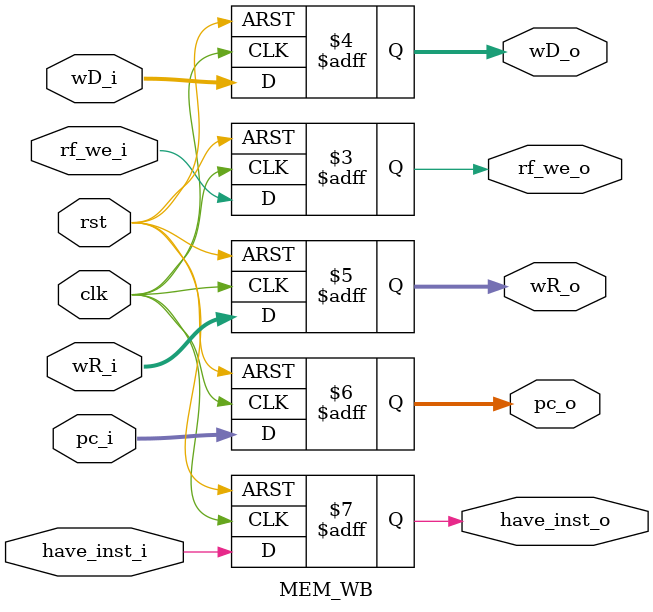
<source format=v>
`timescale 1ns / 1ps

`include "param.v"

module MEM_WB (
    input wire clk,
    input wire rst,
    
    input wire rf_we_i,
    input wire [31:0] wD_i,
    input wire [4:0] wR_i,
    
    output reg rf_we_o,
    output reg [31:0] wD_o,
    output reg [4:0] wR_o,
    
    input wire [31:0] pc_i,
    output reg [31:0] pc_o,
    
    input wire have_inst_i,
    output reg have_inst_o
);

always @ (posedge clk or posedge rst) begin
    if (rst) begin
        pc_o <= 32'h00000000;
        have_inst_o <= 1'b0;
    end
    else begin
        pc_o <= pc_i;
        have_inst_o <= have_inst_i;
    end
end

always @ (posedge clk or posedge rst) begin
    if (rst) begin
        rf_we_o <= 1'b0;
        wD_o <= 32'b0;
        wR_o <= 5'b0;
    end
    else begin
        rf_we_o <= rf_we_i;
        wD_o <= wD_i;
        wR_o <= wR_i;
    end
end

endmodule
</source>
